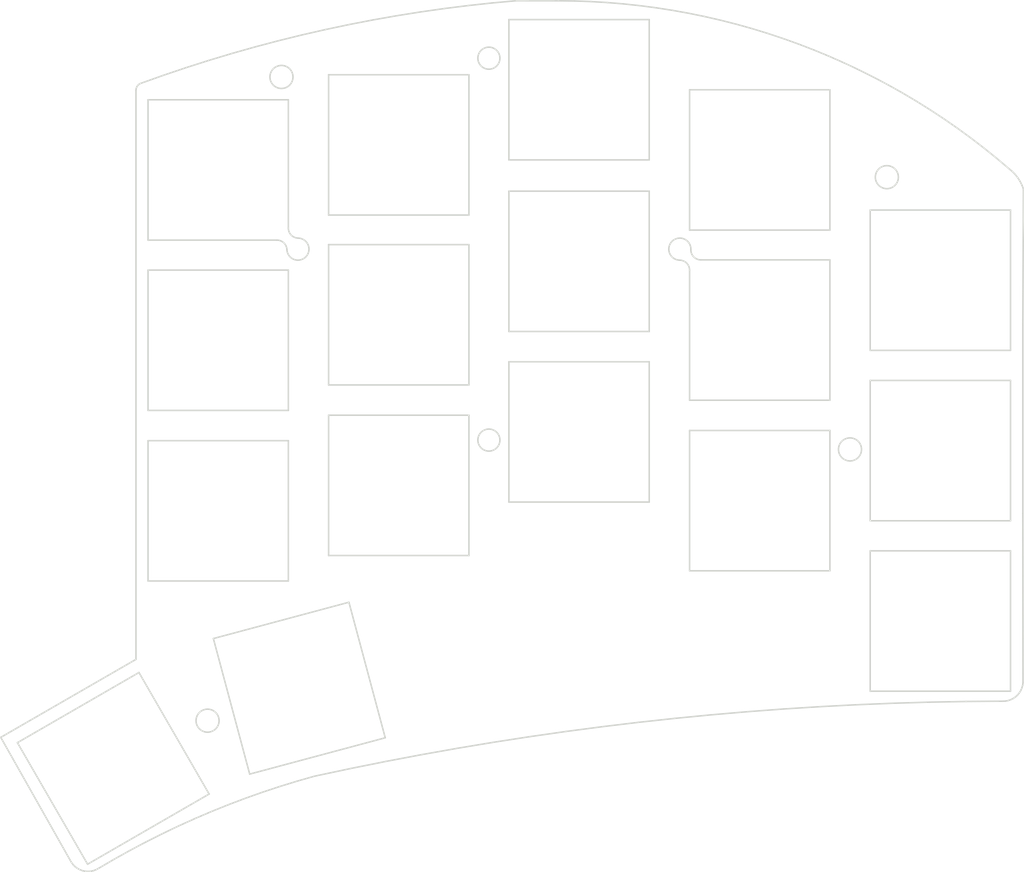
<source format=kicad_pcb>
(kicad_pcb (version 20221018) (generator pcbnew)

  (general
    (thickness 1.6)
  )

  (paper "A4")
  (title_block
    (title "Corne Light")
    (date "2018-12-26")
    (rev "2.1")
    (company "foostan")
  )

  (layers
    (0 "F.Cu" signal)
    (31 "B.Cu" signal)
    (32 "B.Adhes" user "B.Adhesive")
    (33 "F.Adhes" user "F.Adhesive")
    (34 "B.Paste" user)
    (35 "F.Paste" user)
    (36 "B.SilkS" user "B.Silkscreen")
    (37 "F.SilkS" user "F.Silkscreen")
    (38 "B.Mask" user)
    (39 "F.Mask" user)
    (40 "Dwgs.User" user "User.Drawings")
    (41 "Cmts.User" user "User.Comments")
    (42 "Eco1.User" user "User.Eco1")
    (43 "Eco2.User" user "User.Eco2")
    (44 "Edge.Cuts" user)
    (45 "Margin" user)
    (46 "B.CrtYd" user "B.Courtyard")
    (47 "F.CrtYd" user "F.Courtyard")
    (48 "B.Fab" user)
    (49 "F.Fab" user)
  )

  (setup
    (stackup
      (layer "F.SilkS" (type "Top Silk Screen"))
      (layer "F.Paste" (type "Top Solder Paste"))
      (layer "F.Mask" (type "Top Solder Mask") (thickness 0.01))
      (layer "F.Cu" (type "copper") (thickness 0.035))
      (layer "dielectric 1" (type "core") (thickness 1.51) (material "FR4") (epsilon_r 4.5) (loss_tangent 0.02))
      (layer "B.Cu" (type "copper") (thickness 0.035))
      (layer "B.Mask" (type "Bottom Solder Mask") (thickness 0.01))
      (layer "B.Paste" (type "Bottom Solder Paste"))
      (layer "B.SilkS" (type "Bottom Silk Screen"))
      (copper_finish "None")
      (dielectric_constraints no)
    )
    (pad_to_mask_clearance 0.2)
    (aux_axis_origin 145.73 12.66)
    (pcbplotparams
      (layerselection 0x00010f0_ffffffff)
      (plot_on_all_layers_selection 0x0000000_00000000)
      (disableapertmacros false)
      (usegerberextensions true)
      (usegerberattributes false)
      (usegerberadvancedattributes false)
      (creategerberjobfile false)
      (dashed_line_dash_ratio 12.000000)
      (dashed_line_gap_ratio 3.000000)
      (svgprecision 6)
      (plotframeref false)
      (viasonmask false)
      (mode 1)
      (useauxorigin false)
      (hpglpennumber 1)
      (hpglpenspeed 20)
      (hpglpendiameter 15.000000)
      (dxfpolygonmode true)
      (dxfimperialunits true)
      (dxfusepcbnewfont true)
      (psnegative false)
      (psa4output false)
      (plotreference true)
      (plotvalue true)
      (plotinvisibletext false)
      (sketchpadsonfab false)
      (subtractmaskfromsilk false)
      (outputformat 1)
      (mirror false)
      (drillshape 0)
      (scaleselection 1)
      (outputdirectory "./gerber-right/")
    )
  )

  (net 0 "")

  (gr_line (start 173.045219 53.01296) (end 171.471753 52.571657)
    (stroke (width 0.15) (type solid)) (layer "Edge.Cuts") (tstamp 0003384b-8f60-4ba7-a080-2a91394fc317))
  (gr_line (start 132.942076 126.831986) (end 136.51158 126.114099)
    (stroke (width 0.15) (type solid)) (layer "Edge.Cuts") (tstamp 003ddcb7-e376-48ea-b049-42276474da35))
  (gr_line (start 180.8 107.1) (end 166.8 107.1)
    (stroke (width 0.15) (type solid)) (layer "Edge.Cuts") (tstamp 01255e83-23fb-4489-82e9-5a69b249d388))
  (gr_circle (center 146.778 94.058) (end 147.878 94.058)
    (stroke (width 0.15) (type solid)) (fill none) (layer "Edge.Cuts") (tstamp 03066834-66a7-470b-8ce6-a2e2594ed851))
  (gr_line (start 166.8 93.1) (end 180.8 93.1)
    (stroke (width 0.15) (type solid)) (layer "Edge.Cuts") (tstamp 03969d6a-bebc-4031-aecc-c8c1df746216))
  (gr_line (start 198.568196 120.049448) (end 198.829857 119.963595)
    (stroke (width 0.15) (type solid)) (layer "Edge.Cuts") (tstamp 04a376c5-2307-4d63-8f93-1aef86035899))
  (gr_line (start 118.866178 129.370178) (end 106.741822 136.370178)
    (stroke (width 0.15) (type solid)) (layer "Edge.Cuts") (tstamp 06e04c7f-7181-4281-b9e7-13918eaeb841))
  (gr_line (start 140.088927 125.436374) (end 143.673664 124.798897)
    (stroke (width 0.15) (type solid)) (layer "Edge.Cuts") (tstamp 07f681cc-ece1-4ac3-b22f-0bde0a2bfc31))
  (gr_line (start 112.772 108.116) (end 112.772 94.116)
    (stroke (width 0.15) (type solid)) (layer "Edge.Cuts") (tstamp 0814e28c-b737-41e7-ac8e-0468214cb537))
  (gr_line (start 165.311885 121.823402) (end 168.935635 121.469631)
    (stroke (width 0.15) (type solid)) (layer "Edge.Cuts") (tstamp 09c88270-45aa-41a3-a9b0-54fab4feb795))
  (gr_line (start 166.8 107.1) (end 166.8 93.1)
    (stroke (width 0.15) (type solid)) (layer "Edge.Cuts") (tstamp 0a00ab9e-9b4b-488a-af75-aa6a66a6fdc7))
  (gr_line (start 112.772 91.098) (end 112.772 77.098)
    (stroke (width 0.15) (type solid)) (layer "Edge.Cuts") (tstamp 0cd8e9ef-057d-401a-9759-b8f96da18fa9))
  (gr_circle (center 182.803754 94.990511) (end 183.953754 94.990511)
    (stroke (width 0.15) (type solid)) (fill none) (layer "Edge.Cuts") (tstamp 0dc2c427-c9b7-42c0-aba5-a5ebd60260c3))
  (gr_line (start 107.604442 136.912316) (end 107.852 136.776)
    (stroke (width 0.15) (type solid)) (layer "Edge.Cuts") (tstamp 0e452bc5-da39-419d-98dd-be0d8086550c))
  (gr_line (start 200.022243 118.543591) (end 200.061507 118.271022)
    (stroke (width 0.15) (type solid)) (layer "Edge.Cuts") (tstamp 0e7d6cba-7af1-4fd5-8f6a-ffe04b6ae81f))
  (gr_line (start 179.827536 120.65297) (end 183.463524 120.462414)
    (stroke (width 0.15) (type solid)) (layer "Edge.Cuts") (tstamp 0eea9e62-56bc-4b32-b6b0-f9f64727fc12))
  (gr_line (start 137.561472 51.726466) (end 135.19147 52.145397)
    (stroke (width 0.15) (type solid)) (layer "Edge.Cuts") (tstamp 143fbc1f-3538-4294-9ae1-9b3dc1e29f85))
  (gr_line (start 155.333675 50.253571) (end 153.699611 50.234139)
    (stroke (width 0.15) (type solid)) (layer "Edge.Cuts") (tstamp 15339245-34be-4b86-b22b-afb36347c62f))
  (gr_line (start 176.193919 120.884379) (end 179.827536 120.65297)
    (stroke (width 0.15) (type solid)) (layer "Edge.Cuts") (tstamp 16a6a81c-9052-4541-864b-42fcf024c33e))
  (gr_line (start 184.818 71.108) (end 198.818 71.108)
    (stroke (width 0.15) (type solid)) (layer "Edge.Cuts") (tstamp 16f2678d-a302-4292-a15b-0661acf7714a))
  (gr_line (start 144.786 74.558) (end 144.786 88.558)
    (stroke (width 0.15) (type solid)) (layer "Edge.Cuts") (tstamp 17b65a99-d2e6-49c3-8489-a8e7e311eed3))
  (gr_circle (center 146.778 55.958) (end 147.878 55.958)
    (stroke (width 0.15) (type solid)) (fill none) (layer "Edge.Cuts") (tstamp 17ecb1d8-0fe2-4a06-8649-aa0fddda8487))
  (gr_line (start 135.19147 52.145397) (end 132.8288 52.603871)
    (stroke (width 0.15) (type solid)) (layer "Edge.Cuts") (tstamp 18d65b1c-7642-46f1-896f-cc617c7032fd))
  (gr_arc (start 165.813333 76.107902) (mid 165.055328 74.225054) (end 166.928 75.008)
    (stroke (width 0.15) (type solid)) (layer "Edge.Cuts") (tstamp 196d23b3-11eb-4cc3-98ed-db88be03f055))
  (gr_line (start 111.587322 58.996345) (end 111.567955 59.165419)
    (stroke (width 0.15) (type solid)) (layer "Edge.Cuts") (tstamp 1c98fe13-21b4-407c-ae83-c5d38d7aa052))
  (gr_line (start 183.704281 57.129436) (end 182.225671 56.43355)
    (stroke (width 0.15) (type solid)) (layer "Edge.Cuts") (tstamp 1d5d8449-e418-4cdc-a5cf-8e01510f3418))
  (gr_line (start 166.8 59.108) (end 180.8 59.108)
    (stroke (width 0.15) (type solid)) (layer "Edge.Cuts") (tstamp 1ee10b24-8ed9-4867-81fd-57333aa9128c))
  (gr_line (start 154.467691 123.128736) (end 158.077455 122.653006)
    (stroke (width 0.15) (type solid)) (layer "Edge.Cuts") (tstamp 1fb2ce66-ba0a-4859-acaf-20747a517a6c))
  (gr_line (start 120.811569 130.425672) (end 122.500932 129.78702)
    (stroke (width 0.15) (type solid)) (layer "Edge.Cuts") (tstamp 2088db6e-aed3-4443-b9da-3387276b5f5b))
  (gr_line (start 171.471753 52.571657) (end 169.888239 52.167889)
    (stroke (width 0.15) (type solid)) (layer "Edge.Cuts") (tstamp 208f0fa6-3374-4d10-8e2a-9bb6b172ad55))
  (gr_line (start 128.128089 53.638929) (end 125.791362 54.215223)
    (stroke (width 0.15) (type solid)) (layer "Edge.Cuts") (tstamp 21531b1a-ddd7-46eb-8cd1-578a3bdd67ef))
  (gr_line (start 183.463524 120.462414) (end 187.101424 120.312734)
    (stroke (width 0.15) (type solid)) (layer "Edge.Cuts") (tstamp 257b4292-33ac-49ae-87b8-fa0ee74db3ef))
  (gr_circle (center 186.481591 67.827653) (end 187.631591 67.827653)
    (stroke (width 0.15) (type solid)) (fill none) (layer "Edge.Cuts") (tstamp 271dbdb6-82c8-4487-9a8e-71a349ce90da))
  (gr_line (start 125.791362 54.215223) (end 123.464591 54.830483)
    (stroke (width 0.15) (type solid)) (layer "Edge.Cuts") (tstamp 27ac4da3-99b3-4b33-8df3-750d11ef5c5e))
  (gr_line (start 130.786 105.576) (end 130.786 91.576)
    (stroke (width 0.15) (type solid)) (layer "Edge.Cuts") (tstamp 283f9af5-bba8-4f19-aa40-5127141cb2ef))
  (gr_line (start 105.486529 136.6056) (end 105.711977 136.776009)
    (stroke (width 0.15) (type solid)) (layer "Edge.Cuts") (tstamp 299d7673-209a-4c63-b1b5-d80d1e6809f1))
  (gr_line (start 136.51158 126.114099) (end 140.088927 125.436374)
    (stroke (width 0.15) (type solid)) (layer "Edge.Cuts") (tstamp 2a34b5bf-1267-4211-ae86-4bcca2424bed))
  (gr_line (start 176.158458 54.007148) (end 174.607748 53.491547)
    (stroke (width 0.15) (type solid)) (layer "Edge.Cuts") (tstamp 2ac0b240-6eeb-4124-b27c-b3f1ce06bf26))
  (gr_line (start 153.699611 50.234139) (end 149.498223 50.228679)
    (stroke (width 0.15) (type solid)) (layer "Edge.Cuts") (tstamp 2b44f7be-7037-45e6-9369-ad955f08f835))
  (gr_line (start 148.774 52.108) (end 162.774 52.108)
    (stroke (width 0.15) (type solid)) (layer "Edge.Cuts") (tstamp 2d98eef0-45ed-492c-91bb-c62d0e301294))
  (gr_line (start 165.086393 51.183963) (end 163.471693 50.932399)
    (stroke (width 0.15) (type solid)) (layer "Edge.Cuts") (tstamp 2e7bd6c9-ef60-4292-b410-8533d62af924))
  (gr_line (start 129.380866 127.589946) (end 132.942076 126.831986)
    (stroke (width 0.15) (type solid)) (layer "Edge.Cuts") (tstamp 2ea1b77f-ccfa-4e23-927e-46d9325d32fb))
  (gr_line (start 198.818 105.108) (end 198.818 119.108)
    (stroke (width 0.15) (type solid)) (layer "Edge.Cuts") (tstamp 3043aa88-8df4-4b3a-92a8-e4bb624944a0))
  (gr_line (start 126.772 94.116) (end 126.772 108.116)
    (stroke (width 0.15) (type solid)) (layer "Edge.Cuts") (tstamp 30772948-2541-4392-a767-724a62256036))
  (gr_line (start 179.220916 55.148204) (end 177.69647 54.559471)
    (stroke (width 0.15) (type solid)) (layer "Edge.Cuts") (tstamp 33b0028a-f07b-4cb2-8409-1594d0117c06))
  (gr_line (start 177.69647 54.559471) (end 176.158458 54.007148)
    (stroke (width 0.15) (type solid)) (layer "Edge.Cuts") (tstamp 35ec1c68-ec7c-45b6-bfcf-4d94fcc41f67))
  (gr_line (start 180.8 90.082) (end 166.8 90.082)
    (stroke (width 0.15) (type solid)) (layer "Edge.Cuts") (tstamp 36e6503e-0a12-4d45-aa87-7a743a94123f))
  (gr_line (start 158.598109 50.408931) (end 156.966816 50.311845)
    (stroke (width 0.15) (type solid)) (layer "Edge.Cuts") (tstamp 37f896e8-1a24-4af7-8f6f-869e8c114a0c))
  (gr_line (start 111.567955 115.935511) (end 98.078754 123.715511)
    (stroke (width 0.15) (type solid)) (layer "Edge.Cuts") (tstamp 3bb7cb26-f438-4710-be6c-3b3bc8edafb3))
  (gr_line (start 105.12 136.177265) (end 105.287835 136.404635)
    (stroke (width 0.15) (type solid)) (layer "Edge.Cuts") (tstamp 3c71ad70-240f-4cd2-965e-2d9d107d9baf))
  (gr_line (start 198.818 102.108) (end 184.818 102.108)
    (stroke (width 0.15) (type solid)) (layer "Edge.Cuts") (tstamp 3dea0e2e-0020-4fbe-bd59-26e4377890a6))
  (gr_line (start 130.786 57.608) (end 144.786 57.608)
    (stroke (width 0.15) (type solid)) (layer "Edge.Cuts") (tstamp 3ec4fd75-9df2-4ce6-a09d-0dfeb541a74b))
  (gr_line (start 168.935635 121.469631) (end 172.563133 121.156611)
    (stroke (width 0.15) (type solid)) (layer "Edge.Cuts") (tstamp 41587868-443a-4efc-9862-2ddbcecb3697))
  (gr_line (start 130.786 91.576) (end 144.786 91.576)
    (stroke (width 0.15) (type solid)) (layer "Edge.Cuts") (tstamp 417743d5-5af1-4a12-8202-8744555d7801))
  (gr_line (start 199.95305 68.613622) (end 199.766773 68.239694)
    (stroke (width 0.15) (type solid)) (layer "Edge.Cuts") (tstamp 42f4e4d9-fecb-4a69-8ef4-09379c50a05e))
  (gr_line (start 196.151517 64.911868) (end 194.854417 63.917849)
    (stroke (width 0.15) (type solid)) (layer "Edge.Cuts") (tstamp 43d05edf-bfd8-4d10-8e2c-63b7a00a4e4a))
  (gr_circle (center 126.083754 57.830511) (end 127.233754 57.830511)
    (stroke (width 0.15) (type solid)) (fill none) (layer "Edge.Cuts") (tstamp 45255936-b07b-4ec8-bd7e-7f0768800ea9))
  (gr_line (start 158.077455 122.653006) (end 161.692339 122.217877)
    (stroke (width 0.15) (type solid)) (layer "Edge.Cuts") (tstamp 4637a873-3b44-4de9-b6d4-d740394aea9f))
  (gr_line (start 119.290786 113.858253) (end 132.813747 110.234786)
    (stroke (width 0.15) (type solid)) (layer "Edge.Cuts") (tstamp 471ae43e-524c-49ac-be1d-cf987c65f862))
  (gr_line (start 192.191164 62.023714) (end 190.826517 61.124669)
    (stroke (width 0.15) (type solid)) (layer "Edge.Cuts") (tstamp 47fddff4-93ae-4d85-8bff-225047c44d6b))
  (gr_line (start 125.630382 74.108) (end 112.772 74.108)
    (stroke (width 0.15) (type solid)) (layer "Edge.Cuts") (tstamp 4a15e805-f99a-430f-89b8-1eb5969f3eac))
  (gr_line (start 182.225671 56.43355) (end 180.730935 55.773015)
    (stroke (width 0.15) (type solid)) (layer "Edge.Cuts") (tstamp 4a6cf3df-179a-479a-90dc-33ac45d4cefe))
  (gr_line (start 112.585385 134.141058) (end 114.19879 133.329424)
    (stroke (width 0.15) (type solid)) (layer "Edge.Cuts") (tstamp 4bd6ba5a-fd12-4a6e-9896-77cfa62b49da))
  (gr_line (start 172.563133 121.156611) (end 176.193919 120.884379)
    (stroke (width 0.15) (type solid)) (layer "Edge.Cuts") (tstamp 51bfa195-e05d-478b-8110-a78ee567dedc))
  (gr_line (start 162.774 100.242) (end 148.774 100.242)
    (stroke (width 0.15) (type solid)) (layer "Edge.Cuts") (tstamp 52337482-9d7a-42bc-8478-300b1b9846ee))
  (gr_line (start 144.786 105.576) (end 130.786 105.576)
    (stroke (width 0.15) (type solid)) (layer "Edge.Cuts") (tstamp 52896b76-9244-429d-9d09-c277ab1754e0))
  (gr_line (start 122.914253 127.381214) (end 119.290786 113.858253)
    (stroke (width 0.15) (type solid)) (layer "Edge.Cuts") (tstamp 529f1f23-2a08-4450-b625-dbcfd3b4e4ac))
  (gr_line (start 198.818 71.108) (end 198.818 85.108)
    (stroke (width 0.15) (type solid)) (layer "Edge.Cuts") (tstamp 57049faf-a2df-41c2-899b-c3562045a47c))
  (gr_line (start 160.226633 50.544773) (end 158.598109 50.408931)
    (stroke (width 0.15) (type solid)) (layer "Edge.Cuts") (tstamp 58918654-bc4e-4229-8610-8b967688c49c))
  (gr_line (start 199.509799 119.503717) (end 199.686889 119.292822)
    (stroke (width 0.15) (type solid)) (layer "Edge.Cuts") (tstamp 59d8c2cf-866a-406f-9068-bb35debbd9c8))
  (gr_line (start 180.8 93.1) (end 180.8 107.1)
    (stroke (width 0.15) (type solid)) (layer "Edge.Cuts") (tstamp 5be51912-922b-4ef5-8390-39fbf015dff6))
  (gr_line (start 132.813747 110.234786) (end 136.437214 123.757747)
    (stroke (width 0.15) (type solid)) (layer "Edge.Cuts") (tstamp 5da04ee9-8fbf-46f6-9c90-e5a0509cabce))
  (gr_line (start 125.917902 128.616471) (end 127.644012 128.085087)
    (stroke (width 0.15) (type solid)) (layer "Edge.Cuts") (tstamp 5fe6e79d-3498-44e8-8ee0-53a946d77ed2))
  (gr_line (start 126.772 60.108) (end 126.772 72.908461)
    (stroke (width 0.15) (type solid)) (layer "Edge.Cuts") (tstamp 6256c920-7a27-4276-9990-dd3ff97f4a5d))
  (gr_line (start 149.498223 50.228679) (end 147.101527 50.448357)
    (stroke (width 0.15) (type solid)) (layer "Edge.Cuts") (tstamp 636287e0-e2ab-4a6e-949c-b5e3dd5db770))
  (gr_line (start 107.852 136.776) (end 109.411295 135.864723)
    (stroke (width 0.15) (type solid)) (layer "Edge.Cuts") (tstamp 681685f9-f72e-4779-ad07-b2ffe77c7c32))
  (gr_line (start 106.50011 137.072282) (end 106.781985 137.092584)
    (stroke (width 0.15) (type solid)) (layer "Edge.Cuts") (tstamp 68d302b5-f93e-4ec0-8eda-ff50a09278cd))
  (gr_line (start 198.818 88.108) (end 198.818 102.108)
    (stroke (width 0.15) (type solid)) (layer "Edge.Cuts") (tstamp 691c3c94-624e-442b-9f4b-9a3915bbb7cc))
  (gr_line (start 126.772 108.116) (end 112.772 108.116)
    (stroke (width 0.15) (type solid)) (layer "Edge.Cuts") (tstamp 6be55e6e-b57c-45cb-addb-86386644374d))
  (gr_line (start 199.543084 67.886871) (end 199.284348 67.558882)
    (stroke (width 0.15) (type solid)) (layer "Edge.Cuts") (tstamp 6d0305cf-e536-4c7e-946c-53d29ac72eea))
  (gr_arc (start 127.751048 73.908241) (mid 127.057513 73.608133) (end 126.772 72.908461)
    (stroke (width 0.15) (type solid)) (layer "Edge.Cuts") (tstamp 6f2dc2eb-99e2-41db-ae2f-d7f28dd968df))
  (gr_line (start 184.818 88.108) (end 198.818 88.108)
    (stroke (width 0.15) (type solid)) (layer "Edge.Cuts") (tstamp 6f67a518-ce08-446e-8ec9-4de26963492c))
  (gr_line (start 167.928 76.082) (end 180.8 76.082)
    (stroke (width 0.15) (type solid)) (layer "Edge.Cuts") (tstamp 7000a1df-1774-4aef-bebf-c7b44636d255))
  (gr_line (start 184.818 119.108) (end 184.818 105.108)
    (stroke (width 0.15) (type solid)) (layer "Edge.Cuts") (tstamp 71d4af3b-5513-456e-918a-d89d7b4a573c))
  (gr_line (start 126.772 91.098) (end 112.772 91.098)
    (stroke (width 0.15) (type solid)) (layer "Edge.Cuts") (tstamp 74df7b61-160f-4b99-8278-3ac62a9260b4))
  (gr_line (start 123.464591 54.830483) (end 121.148425 55.484538)
    (stroke (width 0.15) (type solid)) (layer "Edge.Cuts") (tstamp 779e85ea-bc0b-4713-a61c-13cd2ea1fe7a))
  (gr_line (start 198.818 119.108) (end 184.818 119.108)
    (stroke (width 0.15) (type solid)) (layer "Edge.Cuts") (tstamp 7a19c114-f1e7-4aee-89b8-764e210ec41c))
  (gr_line (start 166.928 75.008) (end 166.928 75.082)
    (stroke (width 0.15) (type solid)) (layer "Edge.Cuts") (tstamp 7a1d18c3-c1d9-4944-a4c0-5ca5679986ef))
  (gr_line (start 124.203292 129.183865) (end 125.917902 128.616471)
    (stroke (width 0.15) (type solid)) (layer "Edge.Cuts") (tstamp 7a91c1d6-3451-4fd4-88fa-d820ed0b7dc0))
  (gr_line (start 184.818 85.108) (end 184.818 71.108)
    (stroke (width 0.15) (type solid)) (layer "Edge.Cuts") (tstamp 7bee4d2d-6990-48ff-988a-301b369280ab))
  (gr_line (start 114.19879 133.329424) (end 115.828828 132.551736)
    (stroke (width 0.15) (type solid)) (layer "Edge.Cuts") (tstamp 7d28fd97-cfdd-47cc-9756-42759a2f0d79))
  (gr_line (start 200.046 82.574) (end 200.099945 69.004702)
    (stroke (width 0.15) (type solid)) (layer "Edge.Cuts") (tstamp 7e00438a-5783-4aa5-9cf3-ec215f888047))
  (gr_line (start 144.786 91.576) (end 144.786 105.576)
    (stroke (width 0.15) (type solid)) (layer "Edge.Cuts") (tstamp 7e6e10d4-cded-46b4-9de6-8b9163ac635a))
  (gr_line (start 148.774 86.242) (end 162.774 86.242)
    (stroke (width 0.15) (type solid)) (layer "Edge.Cuts") (tstamp 7ecb9903-ea03-4c47-bbba-d47f30b52b2f))
  (gr_line (start 199.766773 68.239694) (end 199.543084 67.886871)
    (stroke (width 0.15) (type solid)) (layer "Edge.Cuts") (tstamp 7fff83cd-b8ca-49b3-922b-1fc73c53f1fb))
  (gr_line (start 115.828828 132.551736) (end 117.474786 131.808333)
    (stroke (width 0.15) (type solid)) (layer "Edge.Cuts") (tstamp 84bb3451-891e-408a-b56c-93dd285c666f))
  (gr_line (start 132.8288 52.603871) (end 130.47412 53.101762)
    (stroke (width 0.15) (type solid)) (layer "Edge.Cuts") (tstamp 850c1dd9-2648-4353-b281-d1f4d756c1fe))
  (gr_line (start 112.772 77.098) (end 126.772 77.098)
    (stroke (width 0.15) (type solid)) (layer "Edge.Cuts") (tstamp 8878e244-5d0e-4f1c-8dc1-b3494e2e4ed2))
  (gr_line (start 190.826517 61.124669) (end 189.440881 60.258322)
    (stroke (width 0.15) (type solid)) (layer "Edge.Cuts") (tstamp 88e51643-a2f1-4e93-bd4e-f5459a5de9bb))
  (gr_line (start 198.818 85.108) (end 184.818 85.108)
    (stroke (width 0.15) (type solid)) (layer "Edge.Cuts") (tstamp 89d6a430-a02a-4146-8b9c-2806ad87330b))
  (gr_line (start 193.53405 62.95495) (end 192.191164 62.023714)
    (stroke (width 0.15) (type solid)) (layer "Edge.Cuts") (tstamp 8a189c88-5a2c-40af-bf5d-13919befc449))
  (gr_line (start 112.772 60.108) (end 126.772 60.108)
    (stroke (width 0.15) (type solid)) (layer "Edge.Cuts") (tstamp 8bdd5bd2-5b96-4fb3-8478-8a333c48abd9))
  (gr_line (start 194.854417 63.917849) (end 193.53405 62.95495)
    (stroke (width 0.15) (type solid)) (layer "Edge.Cuts") (tstamp 8c947397-3ba4-4ca8-aff0-0d49b736682d))
  (gr_line (start 106.741822 136.370178) (end 99.741822 124.245822)
    (stroke (width 0.15) (type solid)) (layer "Edge.Cuts") (tstamp 8cb70265-c57c-4a6c-a9e6-958ceaa8666d))
  (gr_line (start 148.774 83.224) (end 148.774 69.224)
    (stroke (width 0.15) (type solid)) (layer "Edge.Cuts") (tstamp 8da4388e-de66-40af-a1a8-30228fbd46af))
  (gr_line (start 110.98932 134.986281) (end 112.585385 134.141058)
    (stroke (width 0.15) (type solid)) (layer "Edge.Cuts") (tstamp 8dc058fe-54ae-4982-a716-981441ffefb1))
  (gr_arc (start 125.630382 74.108) (mid 126.320434 74.384263) (end 126.629248 75.060381)
    (stroke (width 0.15) (type solid)) (layer "Edge.Cuts") (tstamp 90aa7785-baf2-4549-8d89-17def7b57531))
  (gr_circle (center 118.711 122.051) (end 119.861 122.051)
    (stroke (width 0.15) (type solid)) (fill none) (layer "Edge.Cuts") (tstamp 91736fa4-ac4d-4508-a944-16043b579bf0))
  (gr_line (start 111.857422 58.57349) (end 111.735847 58.692561)
    (stroke (width 0.15) (type solid)) (layer "Edge.Cuts") (tstamp 9473b6a4-3bdf-484f-b15c-1e128f31cc4b))
  (gr_line (start 198.829857 119.963595) (end 199.077121 119.842361)
    (stroke (width 0.15) (type solid)) (layer "Edge.Cuts") (tstamp 976dc190-1484-4933-a993-a5313ed3a2c2))
  (gr_line (start 105.959523 136.912343) (end 106.224055 137.011785)
    (stroke (width 0.15) (type solid)) (layer "Edge.Cuts") (tstamp 981e05d4-58be-465e-9b48-90869c9d8680))
  (gr_line (start 130.786 74.558) (end 144.786 74.558)
    (stroke (width 0.15) (type solid)) (layer "Edge.Cuts") (tstamp 9824ef44-6719-42f3-af30-314792fe446c))
  (gr_line (start 166.8 73.108) (end 166.8 59.108)
    (stroke (width 0.15) (type solid)) (layer "Edge.Cuts") (tstamp 984b88aa-552a-4065-876c-0d71308f1ea4))
  (gr_line (start 111.866178 117.245822) (end 118.866178 129.370178)
    (stroke (width 0.15) (type solid)) (layer "Edge.Cuts") (tstamp 99dcf68a-d23e-48e9-9643-4aa30ee884f1))
  (gr_line (start 199.9456 118.808097) (end 200.022243 118.543591)
    (stroke (width 0.15) (type solid)) (layer "Edge.Cuts") (tstamp 9db004b1-4d66-4654-b21e-8795e8158cc8))
  (gr_line (start 144.786 88.558) (end 130.786 88.558)
    (stroke (width 0.15) (type solid)) (layer "Edge.Cuts") (tstamp 9fa24000-0147-4a07-9f81-4bb55939e095))
  (gr_line (start 130.786 71.608) (end 130.786 57.608)
    (stroke (width 0.15) (type solid)) (layer "Edge.Cuts") (tstamp a11ea566-70c1-4213-9484-d5c1b8bbb0bf))
  (gr_line (start 162.774 69.224) (end 162.774 83.224)
    (stroke (width 0.15) (type solid)) (layer "Edge.Cuts") (tstamp a163c758-5059-4152-9ebc-50c4fcb91a71))
  (gr_line (start 174.607748 53.491547) (end 173.045219 53.01296)
    (stroke (width 0.15) (type solid)) (layer "Edge.Cuts") (tstamp a395e54d-2f99-46d3-a7b7-dd00dd624426))
  (gr_line (start 150.8635 123.645005) (end 154.467691 123.128736)
    (stroke (width 0.15) (type solid)) (layer "Edge.Cuts") (tstamp a559005d-6ee5-4b6c-aed6-bc8e3b199a74))
  (gr_line (start 168.295574 51.801883) (end 166.694657 51.473845)
    (stroke (width 0.15) (type solid)) (layer "Edge.Cuts") (tstamp a58bf7ae-9144-4ad0-8289-85cdc0dee86c))
  (gr_line (start 180.730935 55.773015) (end 179.220916 55.148204)
    (stroke (width 0.15) (type solid)) (layer "Edge.Cuts") (tstamp a5d2af9e-c385-46bf-99e3-b374fa1576f6))
  (gr_arc (start 127.751048 73.908241) (mid 128.516069 75.775411) (end 126.629248 75.060381)
    (stroke (width 0.15) (type solid)) (layer "Edge.Cuts") (tstamp a62777ac-f0de-41b7-bf12-19e74ce0c236))
  (gr_line (start 105.711977 136.776009) (end 105.959523 136.912343)
    (stroke (width 0.15) (type solid)) (layer "Edge.Cuts") (tstamp a7538a53-4a5e-4a45-8411-b1d468eee1fa))
  (gr_line (start 142.320819 51.007694) (end 139.938143 51.347197)
    (stroke (width 0.15) (type solid)) (layer "Edge.Cuts") (tstamp a7d46d3d-99c1-405f-8673-210a9e7afe41))
  (gr_line (start 199.686889 119.292822) (end 199.833093 119.059452)
    (stroke (width 0.15) (type solid)) (layer "Edge.Cuts") (tstamp aa776f6e-cf7a-48e4-a76c-5f47fad29d58))
  (gr_line (start 118.843512 56.177203) (end 116.550495 56.908287)
    (stroke (width 0.15) (type solid)) (layer "Edge.Cuts") (tstamp aacc4437-44f6-418c-9a42-3fc53e35657e))
  (gr_line (start 190.740777 120.20395) (end 194.381122 120.136074)
    (stroke (width 0.15) (type solid)) (layer "Edge.Cuts") (tstamp aaf36e98-7d8b-40c1-89a1-165b031dd609))
  (gr_line (start 111.567955 59.165419) (end 111.567955 115.935511)
    (stroke (width 0.15) (type solid)) (layer "Edge.Cuts") (tstamp abca73f1-515e-4caf-a92e-bb6c15732eff))
  (gr_line (start 194.381122 120.136074) (end 198.022 120.109119)
    (stroke (width 0.15) (type solid)) (layer "Edge.Cuts") (tstamp acd474a2-d836-4e90-999a-07e09d0716dc))
  (gr_arc (start 165.813333 76.107902) (mid 166.511775 76.405452) (end 166.8 77.107813)
    (stroke (width 0.15) (type solid)) (layer "Edge.Cuts") (tstamp af986d59-2248-4932-a2b9-9e517812a869))
  (gr_line (start 130.786 88.558) (end 130.786 74.558)
    (stroke (width 0.15) (type solid)) (layer "Edge.Cuts") (tstamp b28bdaf1-6331-479b-bfd4-f74313483074))
  (gr_line (start 105.287835 136.404635) (end 105.486529 136.6056)
    (stroke (width 0.15) (type solid)) (layer "Edge.Cuts") (tstamp b4da778b-1ae0-450f-b9fb-820925448c63))
  (gr_line (start 106.224055 137.011785) (end 106.50011 137.072282)
    (stroke (width 0.15) (type solid)) (layer "Edge.Cuts") (tstamp b5406755-a740-47c3-98c4-f360ff917eb2))
  (gr_line (start 189.440881 60.258322) (end 188.035039 59.425164)
    (stroke (width 0.15) (type solid)) (layer "Edge.Cuts") (tstamp b620ed1e-814c-4083-a19d-547c8a42fa3f))
  (gr_line (start 180.8 73.108) (end 166.8 73.108)
    (stroke (width 0.15) (type solid)) (layer "Edge.Cuts") (tstamp b6feef4b-66bc-4311-b3cf-bf5e02b32ef4))
  (gr_line (start 166.8 90.082) (end 166.8 77.107813)
    (stroke (width 0.15) (type solid)) (layer "Edge.Cuts") (tstamp b7028243-dfd5-435a-be10-1788e3e496df))
  (gr_line (start 156.966816 50.311845) (end 155.333675 50.253571)
    (stroke (width 0.15) (type solid)) (layer "Edge.Cuts") (tstamp b7dc8d46-60ec-4aef-ba7b-d5903b88c2c7))
  (gr_line (start 109.411295 135.864723) (end 110.98932 134.986281)
    (stroke (width 0.15) (type solid)) (layer "Edge.Cuts") (tstamp b9e9d797-3b5f-4d6e-a4bc-d0df584dfb91))
  (gr_line (start 184.818 102.108) (end 184.818 88.108)
    (stroke (width 0.15) (type solid)) (layer "Edge.Cuts") (tstamp bc45d27a-efe4-49c3-9c36-16e0efdea69a))
  (gr_line (start 116.550495 56.908287) (end 114.270015 57.677585)
    (stroke (width 0.15) (type solid)) (layer "Edge.Cuts") (tstamp bf76ea9f-1c59-422b-a9d1-dd765969e27a))
  (gr_line (start 186.609786 58.625666) (end 185.165928 57.860279)
    (stroke (width 0.15) (type solid)) (layer "Edge.Cuts") (tstamp c0e553f5-1240-4695-a7b4-e65d2eefeefa))
  (gr_line (start 117.474786 131.808333) (end 119.135942 131.099542)
    (stroke (width 0.15) (type solid)) (layer "Edge.Cuts") (tstamp c1235e53-7e53-418c-a93b-38ce517844b4))
  (gr_line (start 161.851467 50.719295) (end 160.226633 50.544773)
    (stroke (width 0.15) (type solid)) (layer "Edge.Cuts") (tstamp c1681268-3cf4-497e-a8f6-abdde8338dae))
  (gr_line (start 121.148425 55.484538) (end 118.843512 56.177203)
    (stroke (width 0.15) (type solid)) (layer "Edge.Cuts") (tstamp c285d4ce-c22e-4432-8f50-c617c41691c1))
  (gr_line (start 147.101527 50.448357) (end 144.708836 50.708053)
    (stroke (width 0.15) (type solid)) (layer "Edge.Cuts") (tstamp c46cfe0c-8062-4d61-ac27-de42a956d4bc))
  (gr_line (start 144.786 71.608) (end 130.786 71.608)
    (stroke (width 0.15) (type solid)) (layer "Edge.Cuts") (tstamp c4b49fa9-1f22-47c3-804e-23e307032a35))
  (gr_line (start 180.8 59.108) (end 180.8 73.108)
    (stroke (width 0.15) (type solid)) (layer "Edge.Cuts") (tstamp c5d60150-20ad-45e4-a2a7-e85ca0f161bb))
  (gr_line (start 144.786 57.608) (end 144.786 71.608)
    (stroke (width 0.15) (type solid)) (layer "Edge.Cuts") (tstamp c7f405f0-0172-486b-8695-f7093ee82397))
  (gr_line (start 119.135942 131.099542) (end 120.811569 130.425672)
    (stroke (width 0.15) (type solid)) (layer "Edge.Cuts") (tstamp c93534ef-eedc-4834-9a67-474fa327dedd))
  (gr_line (start 122.500932 129.78702) (end 124.203292 129.183865)
    (stroke (width 0.15) (type solid)) (layer "Edge.Cuts") (tstamp c99c80c5-0da9-4f00-9d46-25cc42f368b1))
  (gr_line (start 197.424618 65.936445) (end 196.151517 64.911868)
    (stroke (width 0.15) (type solid)) (layer "Edge.Cuts") (tstamp c9e73450-a1fe-4614-9dcc-a6cf9a3b5192))
  (gr_line (start 107.06386 137.072273) (end 107.339913 137.011767)
    (stroke (width 0.15) (type solid)) (layer "Edge.Cuts") (tstamp cae567ec-cf30-41da-b6e5-63d743f90975))
  (gr_line (start 148.774 69.224) (end 162.774 69.224)
    (stroke (width 0.15) (type solid)) (layer "Edge.Cuts") (tstamp cb465f86-ac74-4b26-a3a6-d53764b8e726))
  (gr_line (start 126.772 77.098) (end 126.772 91.098)
    (stroke (width 0.15) (type solid)) (layer "Edge.Cuts") (tstamp cc22a859-7a4e-456f-bf6d-d7684ba31511))
  (gr_line (start 127.644012 128.085087) (end 129.380866 127.589946)
    (stroke (width 0.15) (type solid)) (layer "Edge.Cuts") (tstamp cd92ba7d-587f-4dd9-81dd-bd4090f71429))
  (gr_line (start 144.708836 50.708053) (end 142.320819 51.007694)
    (stroke (width 0.15) (type solid)) (layer "Edge.Cuts") (tstamp cdc89d23-cf3f-4fcf-a348-f4807781c405))
  (gr_line (start 139.938143 51.347197) (end 137.561472 51.726466)
    (stroke (width 0.15) (type solid)) (layer "Edge.Cuts") (tstamp cf379bb5-f0fc-471b-8986-bcd9f5a8077e))
  (gr_line (start 161.692339 122.217877) (end 165.311885 121.823402)
    (stroke (width 0.15) (type solid)) (layer "Edge.Cuts") (tstamp cf52038d-161b-492b-af15-1869a8ab4823))
  (gr_line (start 198.297172 120.098269) (end 198.568196 120.049448)
    (stroke (width 0.15) (type solid)) (layer "Edge.Cuts") (tstamp d007fabe-4b29-4673-9913-664401307647))
  (gr_arc (start 167.928 76.082) (mid 167.220867 75.789122) (end 166.928 75.082)
    (stroke (width 0.15) (type solid)) (layer "Edge.Cuts") (tstamp d1010ebf-6d48-4637-b46a-9e0daacfe46e))
  (gr_line (start 162.774 52.108) (end 162.774 66.108)
    (stroke (width 0.15) (type solid)) (layer "Edge.Cuts") (tstamp d1883da3-0fe2-4adf-84b6-cf93a450353e))
  (gr_line (start 187.101424 120.312734) (end 190.740777 120.20395)
    (stroke (width 0.15) (type solid)) (layer "Edge.Cuts") (tstamp d241d9d6-65e9-4778-8bcb-652b518d6d05))
  (gr_line (start 199.305231 119.688079) (end 199.509799 119.503717)
    (stroke (width 0.15) (type solid)) (layer "Edge.Cuts") (tstamp d263418c-af05-412b-8163-ad478019db0b))
  (gr_line (start 148.774 100.242) (end 148.774 86.242)
    (stroke (width 0.15) (type solid)) (layer "Edge.Cuts") (tstamp d626b289-4460-4b60-9afd-a64d8b3574bd))
  (gr_line (start 163.471693 50.932399) (end 161.851467 50.719295)
    (stroke (width 0.15) (type solid)) (layer "Edge.Cuts") (tstamp d827a032-5713-4553-b78d-56e7e97235bd))
  (gr_line (start 114.270015 57.677585) (end 112.00271 58.484889)
    (stroke (width 0.15) (type solid)) (layer "Edge.Cuts") (tstamp db6472d5-2125-40c6-81c0-3ce012330859))
  (gr_line (start 111.644242 58.835974) (end 111.587322 58.996345)
    (stroke (width 0.15) (type solid)) (layer "Edge.Cuts") (tstamp ddff246e-3a92-479f-bb47-225ff57012d0))
  (gr_line (start 112.772 94.116) (end 126.772 94.116)
    (stroke (width 0.15) (type solid)) (layer "Edge.Cuts") (tstamp dea47cf6-8612-4900-a74b-53bf7382b4d0))
  (gr_line (start 162.774 66.108) (end 148.774 66.108)
    (stroke (width 0.15) (type solid)) (layer "Edge.Cuts") (tstamp ded1c7f2-9f33-4dd0-b225-457a5be2b892))
  (gr_line (start 184.818 105.108) (end 198.818 105.108)
    (stroke (width 0.15) (type solid)) (layer "Edge.Cuts") (tstamp dedf5b7d-b28f-4ec8-ba53-47ac473b1295))
  (gr_line (start 199.077121 119.842361) (end 199.305231 119.688079)
    (stroke (width 0.15) (type solid)) (layer "Edge.Cuts") (tstamp dee74d44-2491-4564-864c-d4ffa366fa42))
  (gr_line (start 106.781985 137.092584) (end 107.06386 137.072273)
    (stroke (width 0.15) (type solid)) (layer "Edge.Cuts") (tstamp e0a9f6c3-407d-4beb-8b31-bbb55797db56))
  (gr_line (start 185.165928 57.860279) (end 183.704281 57.129436)
    (stroke (width 0.15) (type solid)) (layer "Edge.Cuts") (tstamp e0e5b775-1e08-4558-a477-308e3c2e22cf))
  (gr_line (start 130.47412 53.101762) (end 128.128089 53.638929)
    (stroke (width 0.15) (type solid)) (layer "Edge.Cuts") (tstamp e2612256-d100-4c96-b03f-97e8992977a6))
  (gr_line (start 136.437214 123.757747) (end 122.914253 127.381214)
    (stroke (width 0.15) (type solid)) (layer "Edge.Cuts") (tstamp e2c61fa9-e7ff-4a8e-8ef3-b337b1a6b45f))
  (gr_line (start 162.774 86.242) (end 162.774 100.242)
    (stroke (width 0.15) (type solid)) (layer "Edge.Cuts") (tstamp e300bec0-4ee2-4bbc-a244-e4296178d37e))
  (gr_line (start 188.035039 59.425164) (end 186.609786 58.625666)
    (stroke (width 0.15) (type solid)) (layer "Edge.Cuts") (tstamp e3ca5e5a-18ca-41ad-a81b-c978e9fdc75b))
  (gr_line (start 111.735847 58.692561) (end 111.644242 58.835974)
    (stroke (width 0.15) (type solid)) (layer "Edge.Cuts") (tstamp e3e938ef-63ad-49f1-9384-52abf8287072))
  (gr_line (start 143.673664 124.798897) (end 147.26534 124.201749)
    (stroke (width 0.15) (type solid)) (layer "Edge.Cuts") (tstamp e417f188-6e7c-4833-968c-69d1bb87b310))
  (gr_line (start 199.284348 67.558882) (end 198.993299 67.259195)
    (stroke (width 0.15) (type solid)) (layer "Edge.Cuts") (tstamp e607bf07-34ee-4d29-904b-514b128f9a4f))
  (gr_line (start 112.772 74.108) (end 112.772 60.108)
    (stroke (width 0.15) (type solid)) (layer "Edge.Cuts") (tstamp e6db1e1a-b0e7-45c4-a81a-7e3eed0f8ed3))
  (gr_line (start 198.993299 67.259195) (end 198.673 66.991)
    (stroke (width 0.15) (type solid)) (layer "Edge.Cuts") (tstamp e7825c19-069c-4143-9598-28572a2f81e2))
  (gr_line (start 180.8 76.082) (end 180.8 90.082)
    (stroke (width 0.15) (type solid)) (layer "Edge.Cuts") (tstamp e845a80d-2792-4bd5-8c6f-5375e30547d0))
  (gr_line (start 112.00271 58.484889) (end 111.857422 58.57349)
    (stroke (width 0.15) (type solid)) (layer "Edge.Cuts") (tstamp e897e360-910c-4d2a-8477-ee31d12bccbe))
  (gr_line (start 200.046 101.37) (end 200.046 82.574)
    (stroke (width 0.15) (type solid)) (layer "Edge.Cuts") (tstamp ee6641df-a4a1-41aa-a107-d662ccf39b6a))
  (gr_line (start 198.673 66.991) (end 197.424618 65.936445)
    (stroke (width 0.15) (type solid)) (layer "Edge.Cuts") (tstamp ee9fae05-8ab7-4f64-af9c-4a55d90fb459))
  (gr_line (start 107.339913 137.011767) (end 107.604442 136.912316)
    (stroke (width 0.15) (type solid)) (layer "Edge.Cuts") (tstamp f0dd1c19-3b72-4047-9f79-2e15ba9af09e))
  (gr_line (start 147.26534 124.201749) (end 150.8635 123.645005)
    (stroke (width 0.15) (type solid)) (layer "Edge.Cuts") (tstamp f2ad19f2-a6b6-4899-9593-127a9969204a))
  (gr_line (start 98.078754 123.715511) (end 105.12 136.177265)
    (stroke (width 0.15) (type solid)) (layer "Edge.Cuts") (tstamp f2fbadf6-8b56-49a9-8a49-f1c59d04e9aa))
  (gr_line (start 166.694657 51.473845) (end 165.086393 51.183963)
    (stroke (width 0.15) (type solid)) (layer "Edge.Cuts") (tstamp f39b7710-e2fa-49b8-a628-3563ef99d26a))
  (gr_line (start 148.774 66.108) (end 148.774 52.108)
    (stroke (width 0.15) (type solid)) (layer "Edge.Cuts") (tstamp f48938a3-fa35-4904-8d4f-943fd43669c9))
  (gr_line (start 99.741822 124.245822) (end 111.866178 117.245822)
    (stroke (width 0.15) (type solid)) (layer "Edge.Cuts") (tstamp f77968f5-90ae-4642-8f5f-6f6acd634823))
  (gr_line (start 200.061507 118.271022) (end 200.046 101.37)
    (stroke (width 0.15) (type solid)) (layer "Edge.Cuts") (tstamp f8673f65-89c0-4c61-a4f0-62af53281e71))
  (gr_line (start 198.022 120.109119) (end 198.297172 120.098269)
    (stroke (width 0.15) (type solid)) (layer "Edge.Cuts") (tstamp f984795d-635b-40fa-9126-c47d4714be8e))
  (gr_line (start 162.774 83.224) (end 148.774 83.224)
    (stroke (width 0.15) (type solid)) (layer "Edge.Cuts") (tstamp fb8857da-6fc7-4be9-baef-5510e3ca74c9))
  (gr_line (start 199.833093 119.059452) (end 199.9456 118.808097)
    (stroke (width 0.15) (type solid)) (layer "Edge.Cuts") (tstamp fc4aeed7-72e9-4881-92bf-e3089da53915))
  (gr_line (start 169.888239 52.167889) (end 168.295574 51.801883)
    (stroke (width 0.15) (type solid)) (layer "Edge.Cuts") (tstamp fe2d3bd9-4b17-446d-abe0-26ca49fea47c))
  (gr_line (start 200.099945 69.004702) (end 199.95305 68.613622)
    (stroke (width 0.15) (type solid)) (layer "Edge.Cuts") (tstamp ff35e45c-a6d8-433d-917f-1b4b8487cc10))

  (group "" (id d3b6254c-ac24-48ed-b82d-64bbed076370)
    (members
      0003384b-8f60-4ba7-a080-2a91394fc317
      003ddcb7-e376-48ea-b049-42276474da35
      01255e83-23fb-4489-82e9-5a69b249d388
      03066834-66a7-470b-8ce6-a2e2594ed851
      03969d6a-bebc-4031-aecc-c8c1df746216
      04a376c5-2307-4d63-8f93-1aef86035899
      06e04c7f-7181-4281-b9e7-13918eaeb841
      07f681cc-ece1-4ac3-b22f-0bde0a2bfc31
      0814e28c-b737-41e7-ac8e-0468214cb537
      09c88270-45aa-41a3-a9b0-54fab4feb795
      0a00ab9e-9b4b-488a-af75-aa6a66a6fdc7
      0cd8e9ef-057d-401a-9759-b8f96da18fa9
      0dc2c427-c9b7-42c0-aba5-a5ebd60260c3
      0e452bc5-da39-419d-98dd-be0d8086550c
      0e7d6cba-7af1-4fd5-8f6a-ffe04b6ae81f
      0eea9e62-56bc-4b32-b6b0-f9f64727fc12
      143fbc1f-3538-4294-9ae1-9b3dc1e29f85
      15339245-34be-4b86-b22b-afb36347c62f
      16a6a81c-9052-4541-864b-42fcf024c33e
      16f2678d-a302-4292-a15b-0661acf7714a
      17b65a99-d2e6-49c3-8489-a8e7e311eed3
      17ecb1d8-0fe2-4a06-8649-aa0fddda8487
      18d65b1c-7642-46f1-896f-cc617c7032fd
      196d23b3-11eb-4cc3-98ed-db88be03f055
      1c98fe13-21b4-407c-ae83-c5d38d7aa052
      1d5d8449-e418-4cdc-a5cf-8e01510f3418
      1ee10b24-8ed9-4867-81fd-57333aa9128c
      1fb2ce66-ba0a-4859-acaf-20747a517a6c
      2088db6e-aed3-4443-b9da-3387276b5f5b
      208f0fa6-3374-4d10-8e2a-9bb6b172ad55
      21531b1a-ddd7-46eb-8cd1-578a3bdd67ef
      257b4292-33ac-49ae-87b8-fa0ee74db3ef
      271dbdb6-82c8-4487-9a8e-71a349ce90da
      27ac4da3-99b3-4b33-8df3-750d11ef5c5e
      283f9af5-bba8-4f19-aa40-5127141cb2ef
      299d7673-209a-4c63-b1b5-d80d1e6809f1
      2a34b5bf-1267-4211-ae86-4bcca2424bed
      2ac0b240-6eeb-4124-b27c-b3f1ce06bf26
      2b44f7be-7037-45e6-9369-ad955f08f835
      2d98eef0-45ed-492c-91bb-c62d0e301294
      2e7bd6c9-ef60-4292-b410-8533d62af924
      2ea1b77f-ccfa-4e23-927e-46d9325d32fb
      3043aa88-8df4-4b3a-92a8-e4bb624944a0
      30772948-2541-4392-a767-724a62256036
      33b0028a-f07b-4cb2-8409-1594d0117c06
      35ec1c68-ec7c-45b6-bfcf-4d94fcc41f67
      36e6503e-0a12-4d45-aa87-7a743a94123f
      37f896e8-1a24-4af7-8f6f-869e8c114a0c
      3bb7cb26-f438-4710-be6c-3b3bc8edafb3
      3c71ad70-240f-4cd2-965e-2d9d107d9baf
      3dea0e2e-0020-4fbe-bd59-26e4377890a6
      3ec4fd75-9df2-4ce6-a09d-0dfeb541a74b
      41587868-443a-4efc-9862-2ddbcecb3697
      417743d5-5af1-4a12-8202-8744555d7801
      42f4e4d9-fecb-4a69-8ef4-09379c50a05e
      43d05edf-bfd8-4d10-8e2c-63b7a00a4e4a
      45255936-b07b-4ec8-bd7e-7f0768800ea9
      4637a873-3b44-4de9-b6d4-d740394aea9f
      471ae43e-524c-49ac-be1d-cf987c65f862
      47fddff4-93ae-4d85-8bff-225047c44d6b
      4a15e805-f99a-430f-89b8-1eb5969f3eac
      4a6cf3df-179a-479a-90dc-33ac45d4cefe
      4bd6ba5a-fd12-4a6e-9896-77cfa62b49da
      51bfa195-e05d-478b-8110-a78ee567dedc
      52337482-9d7a-42bc-8478-300b1b9846ee
      52896b76-9244-429d-9d09-c277ab1754e0
      529f1f23-2a08-4450-b625-dbcfd3b4e4ac
      57049faf-a2df-41c2-899b-c3562045a47c
      58918654-bc4e-4229-8610-8b967688c49c
      59d8c2cf-866a-406f-9068-bb35debbd9c8
      5be51912-922b-4ef5-8390-39fbf015dff6
      5da04ee9-8fbf-46f6-9c90-e5a0509cabce
      5fe6e79d-3498-44e8-8ee0-53a946d77ed2
      6256c920-7a27-4276-9990-dd3ff97f4a5d
      636287e0-e2ab-4a6e-949c-b5e3dd5db770
      681685f9-f72e-4779-ad07-b2ffe77c7c32
      68d302b5-f93e-4ec0-8eda-ff50a09278cd
      691c3c94-624e-442b-9f4b-9a3915bbb7cc
      6be55e6e-b57c-45cb-addb-86386644374d
      6d0305cf-e536-4c7e-946c-53d29ac72eea
      6f2dc2eb-99e2-41db-ae2f-d7f28dd968df
      6f67a518-ce08-446e-8ec9-4de26963492c
      7000a1df-1774-4aef-bebf-c7b44636d255
      71d4af3b-5513-456e-918a-d89d7b4a573c
      74df7b61-160f-4b99-8278-3ac62a9260b4
      779e85ea-bc0b-4713-a61c-13cd2ea1fe7a
      7a19c114-f1e7-4aee-89b8-764e210ec41c
      7a1d18c3-c1d9-4944-a4c0-5ca5679986ef
      7a91c1d6-3451-4fd4-88fa-d820ed0b7dc0
      7bee4d2d-6990-48ff-988a-301b369280ab
      7d28fd97-cfdd-47cc-9756-42759a2f0d79
      7e00438a-5783-4aa5-9cf3-ec215f888047
      7e6e10d4-cded-46b4-9de6-8b9163ac635a
      7ecb9903-ea03-4c47-bbba-d47f30b52b2f
      7fff83cd-b8ca-49b3-922b-1fc73c53f1fb
      84bb3451-891e-408a-b56c-93dd285c666f
      850c1dd9-2648-4353-b281-d1f4d756c1fe
      8878e244-5d0e-4f1c-8dc1-b3494e2e4ed2
      88e51643-a2f1-4e93-bd4e-f5459a5de9bb
      89d6a430-a02a-4146-8b9c-2806ad87330b
      8a189c88-5a2c-40af-bf5d-13919befc449
      8bdd5bd2-5b96-4fb3-8478-8a333c48abd9
      8c947397-3ba4-4ca8-aff0-0d49b736682d
      8cb70265-c57c-4a6c-a9e6-958ceaa8666d
      8da4388e-de66-40af-a1a8-30228fbd46af
      8dc058fe-54ae-4982-a716-981441ffefb1
      90aa7785-baf2-4549-8d89-17def7b57531
      91736fa4-ac4d-4508-a944-16043b579bf0
      9473b6a4-3bdf-484f-b15c-1e128f31cc4b
      976dc190-1484-4933-a993-a5313ed3a2c2
      981e05d4-58be-465e-9b48-90869c9d8680
      9824ef44-6719-42f3-af30-314792fe446c
      984b88aa-552a-4065-876c-0d71308f1ea4
      99dcf68a-d23e-48e9-9643-4aa30ee884f1
      9db004b1-4d66-4654-b21e-8795e8158cc8
      9fa24000-0147-4a07-9f81-4bb55939e095
      a11ea566-70c1-4213-9484-d5c1b8bbb0bf
      a163c758-5059-4152-9ebc-50c4fcb91a71
      a395e54d-2f99-46d3-a7b7-dd00dd624426
      a559005d-6ee5-4b6c-aed6-bc8e3b199a74
      a58bf7ae-9144-4ad0-8289-85cdc0dee86c
      a5d2af9e-c385-46bf-99e3-b374fa1576f6
      a62777ac-f0de-41b7-bf12-19e74ce0c236
      a7538a53-4a5e-4a45-8411-b1d468eee1fa
      a7d46d3d-99c1-405f-8673-210a9e7afe41
      aa776f6e-cf7a-48e4-a76c-5f47fad29d58
      aacc4437-44f6-418c-9a42-3fc53e35657e
      aaf36e98-7d8b-40c1-89a1-165b031dd609
      abca73f1-515e-4caf-a92e-bb6c15732eff
      acd474a2-d836-4e90-999a-07e09d0716dc
      af986d59-2248-4932-a2b9-9e517812a869
      b28bdaf1-6331-479b-bfd4-f74313483074
      b4da778b-1ae0-450f-b9fb-820925448c63
      b5406755-a740-47c3-98c4-f360ff917eb2
      b620ed1e-814c-4083-a19d-547c8a42fa3f
      b6feef4b-66bc-4311-b3cf-bf5e02b32ef4
      b7028243-dfd5-435a-be10-1788e3e496df
      b7dc8d46-60ec-4aef-ba7b-d5903b88c2c7
      b9e9d797-3b5f-4d6e-a4bc-d0df584dfb91
      bc45d27a-efe4-49c3-9c36-16e0efdea69a
      bf76ea9f-1c59-422b-a9d1-dd765969e27a
      c0e553f5-1240-4695-a7b4-e65d2eefeefa
      c1235e53-7e53-418c-a93b-38ce517844b4
      c1681268-3cf4-497e-a8f6-abdde8338dae
      c285d4ce-c22e-4432-8f50-c617c41691c1
      c46cfe0c-8062-4d61-ac27-de42a956d4bc
      c4b49fa9-1f22-47c3-804e-23e307032a35
      c5d60150-20ad-45e4-a2a7-e85ca0f161bb
      c7f405f0-0172-486b-8695-f7093ee82397
      c93534ef-eedc-4834-9a67-474fa327dedd
      c99c80c5-0da9-4f00-9d46-25cc42f368b1
      c9e73450-a1fe-4614-9dcc-a6cf9a3b5192
      cae567ec-cf30-41da-b6e5-63d743f90975
      cb465f86-ac74-4b26-a3a6-d53764b8e726
      cc22a859-7a4e-456f-bf6d-d7684ba31511
      cd92ba7d-587f-4dd9-81dd-bd4090f71429
      cdc89d23-cf3f-4fcf-a348-f4807781c405
      cf379bb5-f0fc-471b-8986-bcd9f5a8077e
      cf52038d-161b-492b-af15-1869a8ab4823
      d007fabe-4b29-4673-9913-664401307647
      d1010ebf-6d48-4637-b46a-9e0daacfe46e
      d1883da3-0fe2-4adf-84b6-cf93a450353e
      d241d9d6-65e9-4778-8bcb-652b518d6d05
      d263418c-af05-412b-8163-ad478019db0b
      d626b289-4460-4b60-9afd-a64d8b3574bd
      d827a032-5713-4553-b78d-56e7e97235bd
      db6472d5-2125-40c6-81c0-3ce012330859
      ddff246e-3a92-479f-bb47-225ff57012d0
      dea47cf6-8612-4900-a74b-53bf7382b4d0
      ded1c7f2-9f33-4dd0-b225-457a5be2b892
      dedf5b7d-b28f-4ec8-ba53-47ac473b1295
      dee74d44-2491-4564-864c-d4ffa366fa42
      e0a9f6c3-407d-4beb-8b31-bbb55797db56
      e0e5b775-1e08-4558-a477-308e3c2e22cf
      e2612256-d100-4c96-b03f-97e8992977a6
      e2c61fa9-e7ff-4a8e-8ef3-b337b1a6b45f
      e300bec0-4ee2-4bbc-a244-e4296178d37e
      e3ca5e5a-18ca-41ad-a81b-c978e9fdc75b
      e3e938ef-63ad-49f1-9384-52abf8287072
      e417f188-6e7c-4833-968c-69d1bb87b310
      e607bf07-34ee-4d29-904b-514b128f9a4f
      e6db1e1a-b0e7-45c4-a81a-7e3eed0f8ed3
      e7825c19-069c-4143-9598-28572a2f81e2
      e845a80d-2792-4bd5-8c6f-5375e30547d0
      e897e360-910c-4d2a-8477-ee31d12bccbe
      ee6641df-a4a1-41aa-a107-d662ccf39b6a
      ee9fae05-8ab7-4f64-af9c-4a55d90fb459
      f0dd1c19-3b72-4047-9f79-2e15ba9af09e
      f2ad19f2-a6b6-4899-9593-127a9969204a
      f2fbadf6-8b56-49a9-8a49-f1c59d04e9aa
      f39b7710-e2fa-49b8-a628-3563ef99d26a
      f48938a3-fa35-4904-8d4f-943fd43669c9
      f77968f5-90ae-4642-8f5f-6f6acd634823
      f8673f65-89c0-4c61-a4f0-62af53281e71
      f984795d-635b-40fa-9126-c47d4714be8e
      fb8857da-6fc7-4be9-baef-5510e3ca74c9
      fc4aeed7-72e9-4881-92bf-e3089da53915
      fe2d3bd9-4b17-446d-abe0-26ca49fea47c
      ff35e45c-a6d8-433d-917f-1b4b8487cc10
    )
  )
)

</source>
